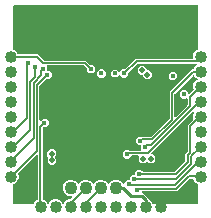
<source format=gbr>
G04 EAGLE Gerber RS-274X export*
G75*
%MOMM*%
%FSLAX34Y34*%
%LPD*%
%INBottom Copper*%
%IPPOS*%
%AMOC8*
5,1,8,0,0,1.08239X$1,22.5*%
G01*
%ADD10C,1.016000*%
%ADD11C,1.100000*%
%ADD12C,0.450000*%
%ADD13C,0.503200*%
%ADD14C,0.254000*%
%ADD15C,0.152400*%
%ADD16C,0.403200*%
%ADD17C,0.200000*%

G36*
X46283Y2628D02*
X46283Y2628D01*
X46335Y2625D01*
X46404Y2645D01*
X46475Y2656D01*
X46521Y2679D01*
X46571Y2694D01*
X46630Y2735D01*
X46694Y2767D01*
X46731Y2805D01*
X46773Y2834D01*
X46816Y2892D01*
X46866Y2943D01*
X46901Y3006D01*
X46920Y3032D01*
X46928Y3054D01*
X46947Y3090D01*
X47210Y3724D01*
X48997Y5511D01*
X51331Y6478D01*
X52110Y6478D01*
X52200Y6492D01*
X52291Y6500D01*
X52321Y6512D01*
X52353Y6517D01*
X52433Y6560D01*
X52517Y6596D01*
X52549Y6622D01*
X52570Y6633D01*
X52592Y6656D01*
X52648Y6701D01*
X53974Y8026D01*
X54015Y8084D01*
X54065Y8136D01*
X54087Y8184D01*
X54117Y8226D01*
X54138Y8294D01*
X54168Y8359D01*
X54174Y8411D01*
X54190Y8461D01*
X54188Y8533D01*
X54196Y8604D01*
X54185Y8655D01*
X54183Y8707D01*
X54159Y8774D01*
X54143Y8844D01*
X54117Y8889D01*
X54099Y8938D01*
X54054Y8994D01*
X54017Y9055D01*
X53978Y9089D01*
X53945Y9130D01*
X53885Y9169D01*
X53830Y9215D01*
X53782Y9235D01*
X53738Y9263D01*
X53669Y9280D01*
X53602Y9307D01*
X53531Y9315D01*
X53500Y9323D01*
X53476Y9321D01*
X53435Y9326D01*
X51386Y9326D01*
X48898Y10356D01*
X46993Y12261D01*
X45962Y14750D01*
X45962Y17443D01*
X46993Y19932D01*
X48898Y21836D01*
X51386Y22867D01*
X54080Y22867D01*
X56568Y21836D01*
X58483Y19922D01*
X58520Y19895D01*
X58551Y19861D01*
X58620Y19824D01*
X58683Y19778D01*
X58726Y19765D01*
X58767Y19743D01*
X58843Y19729D01*
X58918Y19706D01*
X58964Y19707D01*
X59009Y19699D01*
X59086Y19710D01*
X59164Y19712D01*
X59207Y19728D01*
X59252Y19735D01*
X59321Y19770D01*
X59395Y19797D01*
X59430Y19825D01*
X59471Y19846D01*
X59526Y19902D01*
X59587Y19950D01*
X59611Y19989D01*
X59644Y20022D01*
X59690Y20107D01*
X61609Y22026D01*
X64098Y23057D01*
X66791Y23057D01*
X69280Y22026D01*
X71244Y20062D01*
X71269Y20021D01*
X71304Y19992D01*
X71333Y19956D01*
X71398Y19914D01*
X71458Y19865D01*
X71501Y19848D01*
X71540Y19823D01*
X71615Y19804D01*
X71688Y19776D01*
X71734Y19774D01*
X71778Y19763D01*
X71856Y19769D01*
X71934Y19766D01*
X71978Y19779D01*
X72024Y19782D01*
X72095Y19813D01*
X72170Y19834D01*
X72208Y19861D01*
X72250Y19879D01*
X72357Y19964D01*
X72372Y19975D01*
X72375Y19979D01*
X72381Y19983D01*
X74267Y21869D01*
X76755Y22900D01*
X79449Y22900D01*
X81938Y21869D01*
X83844Y19963D01*
X83879Y19907D01*
X83908Y19841D01*
X83943Y19803D01*
X83971Y19759D01*
X84026Y19713D01*
X84074Y19660D01*
X84120Y19635D01*
X84160Y19602D01*
X84227Y19576D01*
X84290Y19541D01*
X84341Y19532D01*
X84390Y19514D01*
X84461Y19511D01*
X84532Y19498D01*
X84583Y19505D01*
X84635Y19503D01*
X84704Y19523D01*
X84775Y19534D01*
X84822Y19557D01*
X84872Y19572D01*
X84931Y19613D01*
X84995Y19645D01*
X85031Y19682D01*
X85074Y19712D01*
X85116Y19769D01*
X85167Y19821D01*
X85201Y19884D01*
X85221Y19909D01*
X85228Y19932D01*
X85248Y19968D01*
X85252Y19978D01*
X87157Y21883D01*
X89645Y22914D01*
X92339Y22914D01*
X94827Y21883D01*
X96770Y19940D01*
X96791Y19899D01*
X96810Y19881D01*
X96824Y19859D01*
X96899Y19797D01*
X96970Y19730D01*
X96993Y19719D01*
X97013Y19702D01*
X97104Y19667D01*
X97193Y19626D01*
X97219Y19623D01*
X97243Y19614D01*
X97341Y19610D01*
X97437Y19599D01*
X97463Y19605D01*
X97489Y19603D01*
X97582Y19631D01*
X97678Y19651D01*
X97700Y19665D01*
X97725Y19672D01*
X97805Y19728D01*
X97889Y19778D01*
X97906Y19797D01*
X97927Y19812D01*
X97985Y19890D01*
X98049Y19964D01*
X98058Y19989D01*
X98074Y20009D01*
X98104Y20102D01*
X98141Y20193D01*
X98144Y20225D01*
X98150Y20243D01*
X98150Y20276D01*
X98159Y20359D01*
X98159Y20508D01*
X100222Y22571D01*
X101808Y22571D01*
X101828Y22574D01*
X101847Y22572D01*
X101949Y22594D01*
X102051Y22610D01*
X102068Y22620D01*
X102088Y22624D01*
X102177Y22677D01*
X102268Y22726D01*
X102282Y22740D01*
X102299Y22750D01*
X102366Y22829D01*
X102437Y22904D01*
X102446Y22922D01*
X102459Y22937D01*
X102497Y23033D01*
X102541Y23127D01*
X102543Y23147D01*
X102551Y23165D01*
X102569Y23332D01*
X102569Y25088D01*
X104631Y27151D01*
X106208Y27151D01*
X106228Y27154D01*
X106247Y27152D01*
X106349Y27174D01*
X106451Y27191D01*
X106468Y27200D01*
X106488Y27204D01*
X106577Y27257D01*
X106668Y27306D01*
X106682Y27320D01*
X106699Y27330D01*
X106766Y27409D01*
X106838Y27484D01*
X106846Y27502D01*
X106859Y27517D01*
X106898Y27613D01*
X106941Y27707D01*
X106943Y27727D01*
X106951Y27745D01*
X106969Y27912D01*
X106969Y29398D01*
X109032Y31461D01*
X111948Y31461D01*
X113201Y30208D01*
X113275Y30155D01*
X113345Y30095D01*
X113375Y30083D01*
X113401Y30064D01*
X113488Y30037D01*
X113573Y30003D01*
X113614Y29999D01*
X113636Y29992D01*
X113668Y29993D01*
X113740Y29985D01*
X140812Y29985D01*
X140902Y30000D01*
X140993Y30007D01*
X141023Y30019D01*
X141055Y30025D01*
X141135Y30067D01*
X141219Y30103D01*
X141251Y30129D01*
X141272Y30140D01*
X141294Y30163D01*
X141350Y30208D01*
X149636Y38494D01*
X149689Y38568D01*
X149749Y38637D01*
X149761Y38667D01*
X149780Y38694D01*
X149807Y38780D01*
X149841Y38865D01*
X149845Y38906D01*
X149852Y38929D01*
X149851Y38961D01*
X149859Y39032D01*
X149859Y45097D01*
X151273Y46511D01*
X151414Y46652D01*
X151467Y46726D01*
X151527Y46796D01*
X151539Y46826D01*
X151558Y46852D01*
X151585Y46939D01*
X151619Y47024D01*
X151623Y47065D01*
X151630Y47087D01*
X151629Y47119D01*
X151637Y47191D01*
X151637Y69422D01*
X156214Y73999D01*
X156283Y74094D01*
X156352Y74188D01*
X156354Y74193D01*
X156358Y74199D01*
X156392Y74310D01*
X156428Y74421D01*
X156428Y74428D01*
X156430Y74434D01*
X156427Y74550D01*
X156426Y74667D01*
X156424Y74675D01*
X156424Y74680D01*
X156417Y74697D01*
X156379Y74828D01*
X156247Y75147D01*
X156247Y77673D01*
X157123Y79787D01*
X157145Y79882D01*
X157174Y79975D01*
X157173Y80001D01*
X157179Y80026D01*
X157170Y80123D01*
X157167Y80221D01*
X157158Y80245D01*
X157156Y80271D01*
X157116Y80360D01*
X157083Y80452D01*
X157066Y80472D01*
X157056Y80496D01*
X156990Y80568D01*
X156929Y80644D01*
X156907Y80658D01*
X156889Y80677D01*
X156804Y80724D01*
X156722Y80777D01*
X156697Y80783D01*
X156674Y80796D01*
X156578Y80813D01*
X156484Y80837D01*
X156458Y80835D01*
X156432Y80839D01*
X156335Y80825D01*
X156238Y80818D01*
X156214Y80807D01*
X156189Y80804D01*
X156101Y80759D01*
X156012Y80721D01*
X155987Y80701D01*
X155969Y80692D01*
X155946Y80668D01*
X155881Y80616D01*
X120991Y45726D01*
X120949Y45668D01*
X120900Y45616D01*
X120878Y45569D01*
X120847Y45527D01*
X120826Y45458D01*
X120796Y45393D01*
X120790Y45341D01*
X120775Y45291D01*
X120777Y45220D01*
X120769Y45149D01*
X120780Y45098D01*
X120781Y45046D01*
X120806Y44978D01*
X120821Y44908D01*
X120848Y44864D01*
X120866Y44815D01*
X120911Y44759D01*
X120947Y44697D01*
X120987Y44663D01*
X121020Y44623D01*
X121080Y44584D01*
X121134Y44537D01*
X121183Y44518D01*
X121227Y44490D01*
X121296Y44472D01*
X121363Y44445D01*
X121434Y44437D01*
X121465Y44429D01*
X121488Y44431D01*
X121529Y44427D01*
X122219Y44427D01*
X124437Y42209D01*
X124437Y39071D01*
X122219Y36853D01*
X119081Y36853D01*
X117722Y38213D01*
X117706Y38224D01*
X117694Y38240D01*
X117606Y38296D01*
X117522Y38356D01*
X117503Y38362D01*
X117487Y38373D01*
X117386Y38398D01*
X117287Y38428D01*
X117267Y38428D01*
X117248Y38433D01*
X117145Y38425D01*
X117042Y38422D01*
X117023Y38415D01*
X117003Y38414D01*
X116908Y38373D01*
X116810Y38338D01*
X116795Y38325D01*
X116777Y38317D01*
X116646Y38213D01*
X115473Y37040D01*
X112336Y37040D01*
X110118Y39258D01*
X110118Y42398D01*
X110152Y42446D01*
X110202Y42498D01*
X110223Y42545D01*
X110254Y42587D01*
X110275Y42656D01*
X110305Y42721D01*
X110311Y42773D01*
X110326Y42822D01*
X110324Y42894D01*
X110332Y42965D01*
X110321Y43016D01*
X110320Y43068D01*
X110295Y43136D01*
X110280Y43206D01*
X110253Y43251D01*
X110235Y43299D01*
X110191Y43355D01*
X110154Y43417D01*
X110114Y43451D01*
X110082Y43491D01*
X110021Y43530D01*
X109967Y43577D01*
X109919Y43596D01*
X109875Y43624D01*
X109805Y43642D01*
X109739Y43669D01*
X109668Y43677D01*
X109636Y43685D01*
X109613Y43683D01*
X109572Y43687D01*
X104612Y43687D01*
X104592Y43684D01*
X104573Y43686D01*
X104471Y43664D01*
X104369Y43648D01*
X104352Y43638D01*
X104332Y43634D01*
X104243Y43581D01*
X104152Y43532D01*
X104138Y43518D01*
X104121Y43508D01*
X104054Y43429D01*
X103982Y43354D01*
X103974Y43336D01*
X103961Y43321D01*
X103922Y43225D01*
X103879Y43131D01*
X103877Y43111D01*
X103869Y43093D01*
X103859Y43000D01*
X101788Y40929D01*
X98872Y40929D01*
X96809Y42992D01*
X96809Y45908D01*
X98872Y47971D01*
X101790Y47971D01*
X101857Y47923D01*
X101927Y47863D01*
X101957Y47851D01*
X101983Y47832D01*
X102070Y47805D01*
X102155Y47771D01*
X102196Y47767D01*
X102218Y47760D01*
X102250Y47761D01*
X102322Y47753D01*
X111800Y47753D01*
X111871Y47764D01*
X111943Y47766D01*
X111992Y47784D01*
X112043Y47792D01*
X112106Y47826D01*
X112174Y47851D01*
X112215Y47883D01*
X112261Y47908D01*
X112310Y47960D01*
X112366Y48004D01*
X112394Y48048D01*
X112430Y48086D01*
X112460Y48151D01*
X112499Y48211D01*
X112512Y48262D01*
X112534Y48309D01*
X112541Y48380D01*
X112559Y48450D01*
X112555Y48502D01*
X112561Y48553D01*
X112545Y48624D01*
X112540Y48695D01*
X112519Y48743D01*
X112508Y48794D01*
X112472Y48855D01*
X112443Y48921D01*
X112399Y48977D01*
X112382Y49005D01*
X112364Y49020D01*
X112339Y49052D01*
X112049Y49342D01*
X112049Y51598D01*
X112046Y51618D01*
X112048Y51637D01*
X112026Y51739D01*
X112010Y51841D01*
X112000Y51858D01*
X111996Y51878D01*
X111943Y51967D01*
X111894Y52058D01*
X111880Y52072D01*
X111870Y52089D01*
X111791Y52156D01*
X111716Y52228D01*
X111698Y52236D01*
X111683Y52249D01*
X111587Y52288D01*
X111493Y52331D01*
X111473Y52333D01*
X111455Y52341D01*
X111288Y52359D01*
X110302Y52359D01*
X108239Y54422D01*
X108239Y57338D01*
X110302Y59401D01*
X113220Y59401D01*
X113287Y59353D01*
X113357Y59293D01*
X113387Y59281D01*
X113413Y59262D01*
X113500Y59235D01*
X113585Y59201D01*
X113626Y59197D01*
X113648Y59190D01*
X113680Y59191D01*
X113752Y59183D01*
X120480Y59183D01*
X120570Y59197D01*
X120661Y59205D01*
X120691Y59217D01*
X120723Y59222D01*
X120803Y59265D01*
X120887Y59301D01*
X120919Y59327D01*
X120940Y59338D01*
X120962Y59361D01*
X121018Y59406D01*
X136174Y74562D01*
X136227Y74636D01*
X136287Y74705D01*
X136299Y74735D01*
X136318Y74762D01*
X136345Y74848D01*
X136379Y74933D01*
X136383Y74974D01*
X136390Y74997D01*
X136389Y75029D01*
X136397Y75100D01*
X136397Y97362D01*
X155578Y116543D01*
X156057Y116543D01*
X156172Y116562D01*
X156288Y116579D01*
X156294Y116581D01*
X156300Y116582D01*
X156402Y116637D01*
X156508Y116690D01*
X156512Y116695D01*
X156517Y116698D01*
X156597Y116782D01*
X156680Y116866D01*
X156683Y116872D01*
X156687Y116876D01*
X156695Y116893D01*
X156761Y117013D01*
X157214Y118107D01*
X159001Y119894D01*
X159022Y119903D01*
X159105Y119954D01*
X159191Y120000D01*
X159209Y120018D01*
X159231Y120032D01*
X159293Y120107D01*
X159360Y120178D01*
X159371Y120202D01*
X159388Y120222D01*
X159423Y120313D01*
X159464Y120401D01*
X159467Y120427D01*
X159476Y120451D01*
X159480Y120549D01*
X159491Y120645D01*
X159485Y120671D01*
X159486Y120697D01*
X159459Y120791D01*
X159439Y120886D01*
X159425Y120908D01*
X159418Y120933D01*
X159362Y121013D01*
X159312Y121097D01*
X159293Y121114D01*
X159278Y121135D01*
X159200Y121193D01*
X159125Y121257D01*
X159101Y121267D01*
X159080Y121282D01*
X158988Y121312D01*
X158897Y121349D01*
X158865Y121352D01*
X158846Y121358D01*
X158814Y121358D01*
X158731Y121367D01*
X109657Y121367D01*
X109567Y121353D01*
X109476Y121345D01*
X109446Y121333D01*
X109414Y121328D01*
X109333Y121285D01*
X109249Y121249D01*
X109217Y121223D01*
X109197Y121212D01*
X109174Y121189D01*
X109118Y121144D01*
X101534Y113560D01*
X101481Y113486D01*
X101421Y113416D01*
X101409Y113386D01*
X101390Y113360D01*
X101363Y113273D01*
X101329Y113188D01*
X101325Y113147D01*
X101318Y113125D01*
X101319Y113093D01*
X101311Y113021D01*
X101311Y111572D01*
X99248Y109509D01*
X96332Y109509D01*
X94353Y111488D01*
X94337Y111500D01*
X94324Y111515D01*
X94237Y111571D01*
X94153Y111632D01*
X94134Y111637D01*
X94117Y111648D01*
X94017Y111674D01*
X93918Y111704D01*
X93898Y111703D01*
X93879Y111708D01*
X93776Y111700D01*
X93672Y111698D01*
X93653Y111691D01*
X93634Y111689D01*
X93539Y111649D01*
X93441Y111613D01*
X93425Y111601D01*
X93407Y111593D01*
X93276Y111488D01*
X91531Y109743D01*
X88809Y109743D01*
X86883Y111669D01*
X86883Y114391D01*
X88809Y116317D01*
X91531Y116317D01*
X93276Y114572D01*
X93292Y114560D01*
X93305Y114545D01*
X93392Y114489D01*
X93476Y114428D01*
X93495Y114423D01*
X93512Y114412D01*
X93612Y114386D01*
X93711Y114356D01*
X93731Y114357D01*
X93750Y114352D01*
X93853Y114360D01*
X93957Y114362D01*
X93976Y114369D01*
X93996Y114371D01*
X94090Y114411D01*
X94188Y114447D01*
X94204Y114459D01*
X94222Y114467D01*
X94353Y114572D01*
X96332Y116551D01*
X98460Y116551D01*
X98550Y116565D01*
X98641Y116573D01*
X98671Y116585D01*
X98703Y116590D01*
X98784Y116633D01*
X98867Y116669D01*
X98900Y116695D01*
X98920Y116706D01*
X98942Y116729D01*
X98998Y116774D01*
X107657Y125433D01*
X155486Y125433D01*
X155506Y125436D01*
X155525Y125434D01*
X155627Y125456D01*
X155729Y125472D01*
X155746Y125482D01*
X155766Y125486D01*
X155855Y125539D01*
X155946Y125588D01*
X155960Y125602D01*
X155977Y125612D01*
X156044Y125691D01*
X156116Y125766D01*
X156124Y125784D01*
X156137Y125799D01*
X156176Y125895D01*
X156219Y125989D01*
X156221Y126009D01*
X156229Y126027D01*
X156247Y126194D01*
X156247Y128473D01*
X157214Y130807D01*
X159001Y132594D01*
X160108Y133053D01*
X160208Y133114D01*
X160308Y133174D01*
X160312Y133179D01*
X160317Y133182D01*
X160392Y133272D01*
X160468Y133361D01*
X160470Y133367D01*
X160474Y133372D01*
X160516Y133480D01*
X160560Y133589D01*
X160561Y133597D01*
X160562Y133601D01*
X160563Y133620D01*
X160578Y133756D01*
X160578Y169949D01*
X160575Y169969D01*
X160577Y169988D01*
X160555Y170090D01*
X160539Y170192D01*
X160529Y170209D01*
X160525Y170229D01*
X160472Y170318D01*
X160423Y170409D01*
X160409Y170423D01*
X160399Y170440D01*
X160320Y170507D01*
X160245Y170579D01*
X160227Y170587D01*
X160212Y170600D01*
X160116Y170639D01*
X160022Y170682D01*
X160002Y170684D01*
X159984Y170692D01*
X159817Y170710D01*
X4775Y170710D01*
X4755Y170707D01*
X4736Y170709D01*
X4634Y170687D01*
X4532Y170671D01*
X4515Y170661D01*
X4495Y170657D01*
X4406Y170604D01*
X4315Y170555D01*
X4301Y170541D01*
X4284Y170531D01*
X4217Y170452D01*
X4145Y170377D01*
X4137Y170359D01*
X4124Y170344D01*
X4085Y170248D01*
X4042Y170154D01*
X4040Y170134D01*
X4032Y170116D01*
X4014Y169949D01*
X4014Y133741D01*
X4033Y133627D01*
X4050Y133510D01*
X4052Y133505D01*
X4053Y133499D01*
X4108Y133396D01*
X4161Y133291D01*
X4166Y133287D01*
X4169Y133281D01*
X4253Y133201D01*
X4337Y133119D01*
X4343Y133115D01*
X4347Y133112D01*
X4364Y133104D01*
X4484Y133038D01*
X5756Y132511D01*
X7543Y130724D01*
X7996Y129630D01*
X8058Y129530D01*
X8118Y129430D01*
X8123Y129426D01*
X8126Y129421D01*
X8217Y129346D01*
X8305Y129270D01*
X8311Y129268D01*
X8315Y129264D01*
X8424Y129222D01*
X8533Y129178D01*
X8540Y129177D01*
X8545Y129176D01*
X8563Y129175D01*
X8700Y129160D01*
X24845Y129160D01*
X29829Y124176D01*
X29903Y124123D01*
X29972Y124063D01*
X30003Y124051D01*
X30029Y124032D01*
X30116Y124005D01*
X30201Y123971D01*
X30242Y123967D01*
X30264Y123960D01*
X30296Y123961D01*
X30367Y123953D01*
X65612Y123953D01*
X68981Y120584D01*
X69055Y120531D01*
X69124Y120471D01*
X69155Y120459D01*
X69181Y120440D01*
X69268Y120413D01*
X69353Y120379D01*
X69394Y120375D01*
X69416Y120368D01*
X69448Y120369D01*
X69519Y120361D01*
X71308Y120361D01*
X73371Y118298D01*
X73371Y115382D01*
X71308Y113319D01*
X68392Y113319D01*
X66329Y115382D01*
X66329Y117171D01*
X66315Y117261D01*
X66307Y117352D01*
X66295Y117381D01*
X66290Y117413D01*
X66247Y117494D01*
X66211Y117578D01*
X66185Y117610D01*
X66174Y117631D01*
X66151Y117653D01*
X66106Y117709D01*
X64151Y119664D01*
X64077Y119717D01*
X64008Y119777D01*
X63977Y119789D01*
X63951Y119808D01*
X63864Y119835D01*
X63779Y119869D01*
X63738Y119873D01*
X63716Y119880D01*
X63684Y119879D01*
X63613Y119887D01*
X32980Y119887D01*
X32909Y119876D01*
X32837Y119874D01*
X32788Y119856D01*
X32737Y119848D01*
X32674Y119814D01*
X32606Y119789D01*
X32565Y119757D01*
X32519Y119732D01*
X32470Y119680D01*
X32414Y119636D01*
X32386Y119592D01*
X32350Y119554D01*
X32320Y119489D01*
X32281Y119429D01*
X32268Y119378D01*
X32246Y119331D01*
X32239Y119260D01*
X32221Y119190D01*
X32225Y119138D01*
X32219Y119087D01*
X32235Y119016D01*
X32240Y118945D01*
X32261Y118897D01*
X32272Y118846D01*
X32308Y118785D01*
X32337Y118719D01*
X32381Y118663D01*
X32398Y118635D01*
X32416Y118620D01*
X32441Y118588D01*
X32731Y118298D01*
X32731Y116042D01*
X32734Y116022D01*
X32732Y116003D01*
X32754Y115901D01*
X32770Y115799D01*
X32780Y115782D01*
X32784Y115762D01*
X32837Y115673D01*
X32886Y115582D01*
X32900Y115568D01*
X32910Y115551D01*
X32989Y115484D01*
X33064Y115412D01*
X33082Y115404D01*
X33097Y115391D01*
X33193Y115352D01*
X33287Y115309D01*
X33307Y115307D01*
X33325Y115299D01*
X33492Y115281D01*
X34478Y115281D01*
X36541Y113218D01*
X36541Y110302D01*
X34478Y108239D01*
X32689Y108239D01*
X32599Y108225D01*
X32508Y108217D01*
X32479Y108205D01*
X32447Y108200D01*
X32366Y108157D01*
X32282Y108121D01*
X32250Y108095D01*
X32229Y108084D01*
X32207Y108061D01*
X32151Y108016D01*
X26386Y102251D01*
X26333Y102177D01*
X26273Y102108D01*
X26261Y102077D01*
X26242Y102051D01*
X26215Y101964D01*
X26181Y101879D01*
X26177Y101838D01*
X26170Y101816D01*
X26171Y101784D01*
X26163Y101713D01*
X26163Y73620D01*
X26174Y73549D01*
X26176Y73477D01*
X26194Y73428D01*
X26202Y73377D01*
X26236Y73314D01*
X26261Y73246D01*
X26293Y73206D01*
X26318Y73159D01*
X26370Y73110D01*
X26414Y73054D01*
X26458Y73026D01*
X26496Y72990D01*
X26561Y72960D01*
X26621Y72921D01*
X26672Y72908D01*
X26719Y72886D01*
X26790Y72879D01*
X26860Y72861D01*
X26912Y72865D01*
X26963Y72859D01*
X27034Y72875D01*
X27105Y72880D01*
X27153Y72901D01*
X27204Y72912D01*
X27265Y72948D01*
X27331Y72977D01*
X27387Y73021D01*
X27415Y73038D01*
X27430Y73056D01*
X27462Y73081D01*
X29022Y74641D01*
X31938Y74641D01*
X34001Y72578D01*
X34001Y69662D01*
X31938Y67599D01*
X30149Y67599D01*
X30059Y67585D01*
X29968Y67577D01*
X29939Y67565D01*
X29907Y67560D01*
X29826Y67517D01*
X29742Y67481D01*
X29710Y67455D01*
X29689Y67444D01*
X29667Y67421D01*
X29611Y67376D01*
X29180Y66945D01*
X29127Y66871D01*
X29067Y66802D01*
X29055Y66771D01*
X29036Y66745D01*
X29009Y66658D01*
X28975Y66573D01*
X28971Y66532D01*
X28964Y66510D01*
X28965Y66478D01*
X28957Y66407D01*
X28957Y6779D01*
X28976Y6665D01*
X28993Y6549D01*
X28995Y6543D01*
X28996Y6537D01*
X29051Y6434D01*
X29104Y6329D01*
X29109Y6325D01*
X29112Y6319D01*
X29196Y6240D01*
X29280Y6157D01*
X29286Y6153D01*
X29290Y6150D01*
X29307Y6142D01*
X29427Y6076D01*
X30791Y5511D01*
X32578Y3724D01*
X32841Y3090D01*
X32878Y3029D01*
X32908Y2963D01*
X32943Y2925D01*
X32970Y2881D01*
X33026Y2835D01*
X33074Y2782D01*
X33120Y2757D01*
X33160Y2724D01*
X33227Y2698D01*
X33290Y2664D01*
X33341Y2655D01*
X33389Y2636D01*
X33461Y2633D01*
X33532Y2620D01*
X33583Y2628D01*
X33635Y2625D01*
X33704Y2645D01*
X33775Y2656D01*
X33821Y2679D01*
X33871Y2694D01*
X33930Y2735D01*
X33994Y2767D01*
X34031Y2805D01*
X34073Y2834D01*
X34116Y2892D01*
X34166Y2943D01*
X34201Y3006D01*
X34220Y3032D01*
X34228Y3054D01*
X34247Y3090D01*
X34510Y3724D01*
X36297Y5511D01*
X38631Y6478D01*
X41157Y6478D01*
X43491Y5511D01*
X45278Y3724D01*
X45541Y3090D01*
X45578Y3029D01*
X45608Y2963D01*
X45643Y2925D01*
X45670Y2881D01*
X45726Y2835D01*
X45774Y2782D01*
X45820Y2757D01*
X45860Y2724D01*
X45927Y2698D01*
X45990Y2664D01*
X46041Y2655D01*
X46089Y2636D01*
X46161Y2633D01*
X46232Y2620D01*
X46283Y2628D01*
G37*
G36*
X20852Y2381D02*
X20852Y2381D01*
X20968Y2399D01*
X20974Y2401D01*
X20980Y2402D01*
X21083Y2457D01*
X21188Y2510D01*
X21192Y2515D01*
X21198Y2518D01*
X21278Y2603D01*
X21360Y2686D01*
X21363Y2692D01*
X21367Y2696D01*
X21375Y2713D01*
X21441Y2833D01*
X21810Y3724D01*
X23597Y5511D01*
X24421Y5852D01*
X24521Y5914D01*
X24621Y5974D01*
X24625Y5979D01*
X24630Y5982D01*
X24705Y6072D01*
X24781Y6161D01*
X24783Y6167D01*
X24787Y6172D01*
X24829Y6279D01*
X24873Y6389D01*
X24874Y6397D01*
X24875Y6401D01*
X24876Y6419D01*
X24891Y6556D01*
X24891Y43547D01*
X24880Y43617D01*
X24878Y43689D01*
X24860Y43738D01*
X24852Y43789D01*
X24818Y43853D01*
X24793Y43920D01*
X24761Y43961D01*
X24736Y44007D01*
X24685Y44056D01*
X24640Y44112D01*
X24596Y44140D01*
X24558Y44176D01*
X24493Y44206D01*
X24433Y44245D01*
X24382Y44258D01*
X24335Y44280D01*
X24264Y44288D01*
X24194Y44305D01*
X24142Y44301D01*
X24091Y44307D01*
X24020Y44292D01*
X23949Y44286D01*
X23901Y44266D01*
X23850Y44255D01*
X23789Y44218D01*
X23723Y44190D01*
X23667Y44145D01*
X23639Y44129D01*
X23624Y44111D01*
X23592Y44085D01*
X8221Y28715D01*
X8154Y28621D01*
X8083Y28526D01*
X8081Y28520D01*
X8078Y28515D01*
X8044Y28404D01*
X8007Y28292D01*
X8007Y28286D01*
X8005Y28280D01*
X8008Y28163D01*
X8010Y28046D01*
X8012Y28039D01*
X8012Y28034D01*
X8018Y28016D01*
X8056Y27885D01*
X8510Y26790D01*
X8510Y24264D01*
X7543Y21930D01*
X5756Y20143D01*
X4484Y19616D01*
X4384Y19554D01*
X4284Y19494D01*
X4280Y19490D01*
X4275Y19486D01*
X4200Y19397D01*
X4124Y19307D01*
X4122Y19302D01*
X4118Y19297D01*
X4076Y19189D01*
X4032Y19079D01*
X4031Y19072D01*
X4030Y19067D01*
X4029Y19049D01*
X4014Y18913D01*
X4014Y3124D01*
X4017Y3104D01*
X4015Y3085D01*
X4037Y2983D01*
X4053Y2881D01*
X4063Y2864D01*
X4067Y2844D01*
X4120Y2755D01*
X4169Y2664D01*
X4183Y2650D01*
X4193Y2633D01*
X4272Y2566D01*
X4347Y2494D01*
X4365Y2486D01*
X4380Y2473D01*
X4476Y2434D01*
X4570Y2391D01*
X4590Y2389D01*
X4608Y2381D01*
X4775Y2363D01*
X20737Y2363D01*
X20852Y2381D01*
G37*
G36*
X159837Y2366D02*
X159837Y2366D01*
X159856Y2364D01*
X159958Y2386D01*
X160060Y2402D01*
X160077Y2412D01*
X160097Y2416D01*
X160186Y2469D01*
X160277Y2518D01*
X160291Y2532D01*
X160308Y2542D01*
X160375Y2621D01*
X160447Y2696D01*
X160455Y2714D01*
X160468Y2729D01*
X160507Y2825D01*
X160550Y2919D01*
X160552Y2939D01*
X160560Y2957D01*
X160578Y3124D01*
X160578Y19064D01*
X160559Y19179D01*
X160542Y19295D01*
X160540Y19301D01*
X160539Y19307D01*
X160484Y19409D01*
X160431Y19514D01*
X160426Y19519D01*
X160423Y19524D01*
X160340Y19603D01*
X160255Y19686D01*
X160249Y19690D01*
X160245Y19693D01*
X160228Y19701D01*
X160108Y19767D01*
X159001Y20226D01*
X157214Y22013D01*
X156549Y23618D01*
X156488Y23717D01*
X156427Y23818D01*
X156423Y23822D01*
X156419Y23827D01*
X156330Y23902D01*
X156241Y23978D01*
X156235Y23980D01*
X156230Y23984D01*
X156122Y24026D01*
X156012Y24070D01*
X156005Y24071D01*
X156000Y24072D01*
X155982Y24073D01*
X155846Y24088D01*
X154106Y24088D01*
X154016Y24074D01*
X153925Y24066D01*
X153896Y24054D01*
X153864Y24049D01*
X153783Y24006D01*
X153699Y23970D01*
X153667Y23944D01*
X153646Y23933D01*
X153624Y23910D01*
X153568Y23865D01*
X142910Y13207D01*
X113502Y13207D01*
X113482Y13204D01*
X113463Y13206D01*
X113361Y13184D01*
X113259Y13168D01*
X113242Y13158D01*
X113222Y13154D01*
X113133Y13101D01*
X113042Y13052D01*
X113028Y13038D01*
X113011Y13028D01*
X112944Y12949D01*
X112872Y12874D01*
X112864Y12856D01*
X112851Y12841D01*
X112812Y12745D01*
X112769Y12651D01*
X112767Y12631D01*
X112759Y12613D01*
X112741Y12446D01*
X112741Y12319D01*
X112744Y12299D01*
X112742Y12280D01*
X112764Y12178D01*
X112780Y12076D01*
X112790Y12059D01*
X112794Y12039D01*
X112847Y11950D01*
X112896Y11859D01*
X112910Y11845D01*
X112920Y11828D01*
X112999Y11761D01*
X113074Y11689D01*
X113092Y11681D01*
X113107Y11668D01*
X113203Y11629D01*
X113297Y11586D01*
X113317Y11584D01*
X113335Y11576D01*
X113502Y11558D01*
X113955Y11558D01*
X118635Y6878D01*
X118635Y6457D01*
X118654Y6342D01*
X118671Y6226D01*
X118673Y6221D01*
X118674Y6214D01*
X118729Y6112D01*
X118782Y6007D01*
X118787Y6003D01*
X118790Y5997D01*
X118874Y5917D01*
X118958Y5835D01*
X118964Y5831D01*
X118968Y5828D01*
X118985Y5820D01*
X119105Y5754D01*
X119691Y5511D01*
X121478Y3724D01*
X121847Y2833D01*
X121909Y2733D01*
X121969Y2633D01*
X121974Y2629D01*
X121977Y2624D01*
X122067Y2549D01*
X122156Y2473D01*
X122162Y2471D01*
X122166Y2467D01*
X122274Y2425D01*
X122384Y2381D01*
X122391Y2380D01*
X122396Y2379D01*
X122414Y2378D01*
X122551Y2363D01*
X159817Y2363D01*
X159837Y2366D01*
G37*
G36*
X141334Y75992D02*
X141334Y75992D01*
X141405Y75997D01*
X141453Y76018D01*
X141504Y76029D01*
X141565Y76066D01*
X141631Y76094D01*
X141687Y76138D01*
X141715Y76155D01*
X141730Y76173D01*
X141762Y76198D01*
X151414Y85850D01*
X151467Y85924D01*
X151527Y85994D01*
X151539Y86024D01*
X151558Y86050D01*
X151585Y86137D01*
X151619Y86222D01*
X151623Y86263D01*
X151630Y86285D01*
X151629Y86317D01*
X151637Y86389D01*
X151637Y91480D01*
X151626Y91551D01*
X151624Y91623D01*
X151606Y91672D01*
X151598Y91723D01*
X151564Y91786D01*
X151539Y91854D01*
X151507Y91895D01*
X151482Y91941D01*
X151430Y91990D01*
X151386Y92046D01*
X151342Y92074D01*
X151304Y92110D01*
X151239Y92140D01*
X151179Y92179D01*
X151128Y92192D01*
X151081Y92214D01*
X151010Y92221D01*
X150940Y92239D01*
X150888Y92235D01*
X150837Y92241D01*
X150766Y92225D01*
X150695Y92220D01*
X150647Y92199D01*
X150596Y92188D01*
X150535Y92152D01*
X150469Y92123D01*
X150413Y92079D01*
X150385Y92062D01*
X150370Y92044D01*
X150338Y92019D01*
X150048Y91729D01*
X147132Y91729D01*
X145069Y93792D01*
X145069Y96708D01*
X147132Y98771D01*
X150048Y98771D01*
X152111Y96708D01*
X152111Y96035D01*
X152122Y95965D01*
X152124Y95893D01*
X152142Y95844D01*
X152150Y95793D01*
X152184Y95729D01*
X152209Y95662D01*
X152241Y95621D01*
X152266Y95575D01*
X152317Y95526D01*
X152362Y95470D01*
X152406Y95442D01*
X152444Y95406D01*
X152509Y95376D01*
X152569Y95337D01*
X152620Y95324D01*
X152667Y95302D01*
X152738Y95294D01*
X152808Y95277D01*
X152860Y95281D01*
X152911Y95275D01*
X152982Y95290D01*
X153053Y95296D01*
X153101Y95316D01*
X153152Y95327D01*
X153213Y95364D01*
X153279Y95392D01*
X153335Y95437D01*
X153363Y95453D01*
X153378Y95471D01*
X153410Y95497D01*
X156536Y98622D01*
X156603Y98716D01*
X156674Y98811D01*
X156676Y98817D01*
X156679Y98822D01*
X156713Y98933D01*
X156750Y99045D01*
X156750Y99051D01*
X156752Y99057D01*
X156749Y99174D01*
X156747Y99291D01*
X156745Y99298D01*
X156745Y99303D01*
X156739Y99321D01*
X156701Y99452D01*
X156247Y100547D01*
X156247Y103073D01*
X157214Y105407D01*
X159001Y107194D01*
X159635Y107457D01*
X159696Y107494D01*
X159762Y107524D01*
X159800Y107559D01*
X159844Y107586D01*
X159890Y107642D01*
X159943Y107690D01*
X159968Y107736D01*
X160001Y107776D01*
X160027Y107843D01*
X160061Y107906D01*
X160070Y107957D01*
X160089Y108005D01*
X160092Y108077D01*
X160105Y108148D01*
X160097Y108199D01*
X160100Y108251D01*
X160080Y108320D01*
X160069Y108391D01*
X160046Y108437D01*
X160031Y108487D01*
X159990Y108546D01*
X159958Y108610D01*
X159920Y108647D01*
X159891Y108689D01*
X159833Y108732D01*
X159782Y108782D01*
X159719Y108817D01*
X159693Y108836D01*
X159671Y108843D01*
X159635Y108863D01*
X159001Y109126D01*
X157214Y110913D01*
X157206Y110932D01*
X157182Y110972D01*
X157166Y111015D01*
X157117Y111075D01*
X157076Y111142D01*
X157041Y111171D01*
X157012Y111207D01*
X156947Y111249D01*
X156887Y111298D01*
X156844Y111315D01*
X156805Y111340D01*
X156730Y111359D01*
X156657Y111387D01*
X156611Y111389D01*
X156567Y111400D01*
X156489Y111394D01*
X156411Y111397D01*
X156367Y111384D01*
X156322Y111381D01*
X156250Y111350D01*
X156175Y111329D01*
X156137Y111302D01*
X156095Y111284D01*
X155989Y111199D01*
X155973Y111188D01*
X155970Y111184D01*
X155964Y111180D01*
X140686Y95901D01*
X140633Y95827D01*
X140573Y95758D01*
X140561Y95727D01*
X140542Y95701D01*
X140515Y95614D01*
X140481Y95529D01*
X140477Y95488D01*
X140470Y95466D01*
X140471Y95434D01*
X140463Y95363D01*
X140463Y76737D01*
X140474Y76666D01*
X140476Y76594D01*
X140494Y76545D01*
X140502Y76494D01*
X140536Y76431D01*
X140561Y76363D01*
X140593Y76323D01*
X140618Y76277D01*
X140670Y76227D01*
X140714Y76171D01*
X140758Y76143D01*
X140796Y76107D01*
X140861Y76077D01*
X140921Y76038D01*
X140972Y76025D01*
X141019Y76004D01*
X141090Y75996D01*
X141160Y75978D01*
X141212Y75982D01*
X141263Y75976D01*
X141334Y75992D01*
G37*
%LPC*%
G36*
X116059Y108353D02*
X116059Y108353D01*
X113841Y110571D01*
X113841Y111022D01*
X113838Y111042D01*
X113840Y111061D01*
X113818Y111163D01*
X113801Y111265D01*
X113792Y111282D01*
X113788Y111302D01*
X113735Y111391D01*
X113686Y111482D01*
X113672Y111496D01*
X113662Y111513D01*
X113583Y111580D01*
X113508Y111652D01*
X113490Y111660D01*
X113475Y111673D01*
X113379Y111712D01*
X113285Y111755D01*
X113265Y111757D01*
X113247Y111765D01*
X113080Y111783D01*
X111461Y111783D01*
X109243Y114001D01*
X109243Y117139D01*
X111461Y119357D01*
X114599Y119357D01*
X116817Y117139D01*
X116817Y116688D01*
X116820Y116668D01*
X116818Y116648D01*
X116840Y116547D01*
X116856Y116445D01*
X116866Y116427D01*
X116870Y116408D01*
X116923Y116319D01*
X116972Y116228D01*
X116986Y116214D01*
X116996Y116197D01*
X117075Y116129D01*
X117150Y116058D01*
X117168Y116050D01*
X117183Y116037D01*
X117279Y115998D01*
X117373Y115955D01*
X117393Y115952D01*
X117411Y115945D01*
X117578Y115926D01*
X119196Y115926D01*
X121415Y113708D01*
X121415Y110571D01*
X119196Y108353D01*
X116059Y108353D01*
G37*
%LPD*%
%LPC*%
G36*
X35261Y35583D02*
X35261Y35583D01*
X33043Y37801D01*
X33043Y40939D01*
X33682Y41578D01*
X33694Y41594D01*
X33710Y41606D01*
X33766Y41693D01*
X33826Y41777D01*
X33832Y41796D01*
X33843Y41813D01*
X33868Y41914D01*
X33898Y42012D01*
X33898Y42032D01*
X33903Y42052D01*
X33895Y42155D01*
X33892Y42258D01*
X33885Y42277D01*
X33884Y42297D01*
X33843Y42392D01*
X33808Y42489D01*
X33795Y42505D01*
X33787Y42523D01*
X33682Y42654D01*
X32841Y43496D01*
X32841Y46633D01*
X35059Y48851D01*
X38196Y48851D01*
X40414Y46633D01*
X40414Y43496D01*
X39775Y42857D01*
X39763Y42841D01*
X39748Y42828D01*
X39692Y42741D01*
X39632Y42657D01*
X39626Y42638D01*
X39615Y42621D01*
X39590Y42521D01*
X39559Y42422D01*
X39560Y42402D01*
X39555Y42383D01*
X39563Y42280D01*
X39566Y42176D01*
X39572Y42157D01*
X39574Y42137D01*
X39614Y42042D01*
X39650Y41945D01*
X39663Y41929D01*
X39670Y41911D01*
X39775Y41780D01*
X40617Y40939D01*
X40617Y37801D01*
X38399Y35583D01*
X35261Y35583D01*
G37*
%LPD*%
%LPC*%
G36*
X77282Y109509D02*
X77282Y109509D01*
X75219Y111572D01*
X75219Y114488D01*
X77282Y116551D01*
X80198Y116551D01*
X82261Y114488D01*
X82261Y111572D01*
X80198Y109509D01*
X77282Y109509D01*
G37*
%LPD*%
%LPC*%
G36*
X137541Y107539D02*
X137541Y107539D01*
X135479Y109601D01*
X135479Y112518D01*
X137541Y114580D01*
X140458Y114580D01*
X142520Y112518D01*
X142520Y109601D01*
X140458Y107539D01*
X137541Y107539D01*
G37*
%LPD*%
D10*
X77994Y127D03*
X65294Y127D03*
X52594Y127D03*
X39894Y127D03*
X27194Y127D03*
X90694Y127D03*
X103394Y127D03*
X116094Y127D03*
X128794Y127D03*
X2159Y76327D03*
X2159Y89027D03*
X2159Y101727D03*
X2159Y114427D03*
X2159Y127127D03*
X2159Y63627D03*
X2159Y50927D03*
X2159Y38227D03*
X2159Y25527D03*
X162598Y76410D03*
X162598Y89110D03*
X162598Y101810D03*
X162598Y114510D03*
X162598Y127210D03*
X162598Y63710D03*
X162598Y51010D03*
X162598Y38310D03*
X162598Y25610D03*
D11*
X78102Y16129D03*
X65445Y16286D03*
X52733Y16096D03*
X90992Y16143D03*
X40073Y16390D03*
D12*
X158260Y158800D03*
X158260Y145030D03*
X6790Y160030D03*
X6790Y150030D03*
X6790Y140030D03*
X19290Y160030D03*
X19290Y150030D03*
X19290Y140030D03*
X72190Y73510D03*
X62030Y73510D03*
X53140Y73510D03*
X81080Y73510D03*
X91240Y73510D03*
X81080Y64620D03*
X81080Y55730D03*
X91240Y64620D03*
X91240Y55730D03*
X72190Y64620D03*
X72190Y55730D03*
X62030Y55730D03*
X62030Y64620D03*
X53140Y55730D03*
X53140Y64620D03*
X53140Y82400D03*
X53140Y91290D03*
X62030Y82400D03*
X62030Y91290D03*
X72190Y82400D03*
X81080Y82400D03*
X91240Y82400D03*
X72190Y91290D03*
X91240Y91290D03*
X81080Y91290D03*
X73260Y158600D03*
X75800Y147170D03*
X75800Y137010D03*
X85760Y158600D03*
X98260Y158600D03*
X109450Y158600D03*
X121910Y158600D03*
X134370Y158600D03*
X148100Y158600D03*
X134370Y145900D03*
X121910Y145900D03*
X109450Y145900D03*
X148100Y145030D03*
X60760Y158600D03*
D13*
X118110Y68580D03*
X147320Y87630D03*
D12*
X31990Y140030D03*
X43420Y140030D03*
D13*
X89487Y25805D03*
D12*
X6790Y5410D03*
X19290Y5410D03*
X158260Y5330D03*
X158260Y16760D03*
X144290Y5330D03*
X135640Y43030D03*
X30720Y98120D03*
X59490Y128120D03*
X75800Y119230D03*
D13*
X34938Y24922D03*
D12*
X121910Y135740D03*
X134370Y135740D03*
X148100Y136140D03*
X158260Y136140D03*
X148340Y58270D03*
X148340Y69700D03*
X60760Y167490D03*
X73260Y167490D03*
X85760Y167490D03*
X98260Y167490D03*
X109450Y167490D03*
X121910Y167490D03*
X134370Y167490D03*
X148100Y167490D03*
X158260Y167690D03*
X6790Y167650D03*
X49330Y167490D03*
X32820Y167490D03*
X26720Y167583D03*
X31990Y150190D03*
X31990Y159080D03*
X11145Y167564D03*
X31990Y129870D03*
X43420Y129870D03*
D13*
X120650Y40640D03*
X113030Y115570D03*
D12*
X148590Y95250D03*
D13*
X36830Y39370D03*
D14*
X90992Y16143D02*
X96887Y16143D01*
X104013Y9017D02*
X112903Y9017D01*
X104013Y9017D02*
X96887Y16143D01*
X116094Y5826D02*
X116094Y127D01*
X116094Y5826D02*
X112903Y9017D01*
D13*
X117628Y112140D03*
X36628Y45064D03*
X113905Y40827D03*
D12*
X97790Y113030D03*
D15*
X108499Y123400D02*
X158788Y123400D01*
X162598Y127210D01*
X108499Y123400D02*
X98129Y113030D01*
X97790Y113030D01*
D16*
X90170Y113030D03*
D12*
X78740Y113030D03*
X69850Y116840D03*
D15*
X64770Y121920D01*
X29210Y121920D01*
X24003Y127127D01*
X2159Y127127D01*
D12*
X16510Y121920D03*
D15*
X15748Y121158D01*
X15748Y75438D01*
X3937Y63627D02*
X2159Y63627D01*
X3937Y63627D02*
X15748Y75438D01*
D12*
X22860Y118110D03*
D15*
X22860Y110337D01*
X18542Y106019D01*
X18542Y65532D01*
X3937Y50927D02*
X2159Y50927D01*
X3937Y50927D02*
X18542Y65532D01*
D12*
X29210Y116840D03*
D15*
X27940Y115570D01*
X27940Y111466D01*
X21336Y104862D01*
X21336Y58166D01*
X2159Y38989D02*
X2159Y38227D01*
X2159Y38989D02*
X21336Y58166D01*
D12*
X33020Y111760D03*
D15*
X24130Y102870D01*
X24130Y47498D02*
X2159Y25527D01*
X24130Y47498D02*
X24130Y102870D01*
D12*
X30480Y71120D03*
D15*
X26924Y67564D01*
X26924Y397D01*
X27194Y127D01*
D17*
X52594Y3435D02*
X65445Y16286D01*
X52594Y3435D02*
X52594Y127D01*
X65294Y3321D02*
X78102Y16129D01*
X65294Y3321D02*
X65294Y127D01*
D12*
X109220Y13970D03*
D15*
X110490Y15240D01*
X142068Y15240D01*
X152949Y26121D01*
X162087Y26121D01*
X162598Y25610D01*
D12*
X101680Y19050D03*
D15*
X140920Y19000D02*
X160230Y38310D01*
X101730Y19000D02*
X101680Y19050D01*
X101730Y19000D02*
X140920Y19000D01*
X160230Y38310D02*
X162598Y38310D01*
D12*
X106090Y23630D03*
D15*
X106154Y23566D01*
X141534Y23566D01*
X154686Y36717D01*
X154686Y43098D01*
X162598Y51010D01*
D12*
X110490Y27940D03*
D15*
X151892Y37875D02*
X151892Y44255D01*
X110502Y27952D02*
X110490Y27940D01*
X110502Y27952D02*
X141969Y27952D01*
X151892Y37875D01*
X151892Y44255D02*
X153670Y46033D01*
X153670Y68580D01*
X161500Y76410D01*
X162598Y76410D01*
D12*
X100330Y44450D03*
D15*
X101600Y45720D01*
X118110Y45720D01*
X159817Y87427D01*
X160915Y87427D02*
X162598Y89110D01*
X160915Y87427D02*
X159817Y87427D01*
D12*
X115570Y50800D03*
D15*
X116840Y52070D01*
X120509Y52070D01*
X153670Y92882D02*
X159817Y99029D01*
X159817Y98857D02*
X157480Y96520D01*
X153670Y85231D02*
X120509Y52070D01*
X153670Y85231D02*
X153670Y92882D01*
X159817Y98857D02*
X159817Y99029D01*
X162598Y101638D02*
X162598Y101810D01*
X162598Y101638D02*
X159817Y98857D01*
D12*
X111760Y55880D03*
D15*
X113030Y57150D01*
X121637Y57150D01*
X138430Y73943D01*
X138430Y96520D01*
X156420Y114510D01*
X162598Y114510D01*
D12*
X139000Y111059D03*
X52820Y16052D03*
D15*
X52775Y16096D02*
X52733Y16096D01*
X52775Y16096D02*
X52820Y16052D01*
M02*

</source>
